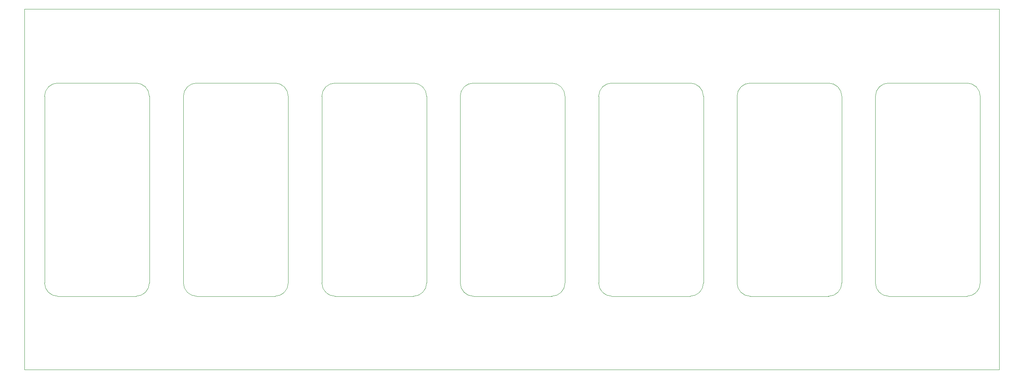
<source format=gko>
G04 Layer: BoardOutlineLayer*
G04 EasyEDA Pro v1.9.29, 2023-06-21 20:50:08*
G04 Gerber Generator version 0.3*
G04 Scale: 100 percent, Rotated: No, Reflected: No*
G04 Dimensions in millimeters*
G04 Leading zeros omitted, absolute positions, 3 integers and 3 decimals*
%FSLAX33Y33*%
%MOMM*%
%ADD10C,0.1*%
%ADD11C,0.0254*%
G75*


G04 PolygonModel Start*
G54D10*
G01X-13Y52D02*
G01X219687Y52D01*
G01Y-81247D01*
G01X-13D01*
G01Y52D01*
G04 PolygonModel End*

G04 Rect Start*
G54D11*
G01X191752Y-19620D02*
G01X191752Y-61677D01*
G03X194752Y-64677I3000J0D01*
G01X212374D01*
G03X215374Y-61677I0J3000D01*
G01Y-19620D01*
G03X212374Y-16620I-3000J0D01*
G01X194752D01*
G03X191752Y-19620I0J-3000D01*
G01X66979Y-19620D02*
G01X66979Y-61677D01*
G03X69979Y-64677I3000J0D01*
G01X87601D01*
G03X90601Y-61677I0J3000D01*
G01Y-19620D01*
G03X87601Y-16620I-3000J0D01*
G01X69979D01*
G03X66979Y-19620I0J-3000D01*
G01X129366Y-19620D02*
G01X129366Y-61677D01*
G03X132366Y-64677I3000J0D01*
G01X149988D01*
G03X152988Y-61677I0J3000D01*
G01Y-19620D01*
G03X149988Y-16620I-3000J0D01*
G01X132366D01*
G03X129366Y-19620I0J-3000D01*
G01X160559Y-19620D02*
G01X160559Y-61677D01*
G03X163559Y-64677I3000J0D01*
G01X181181D01*
G03X184181Y-61677I0J3000D01*
G01Y-19620D01*
G03X181181Y-16620I-3000J0D01*
G01X163559D01*
G03X160559Y-19620I0J-3000D01*
G01X98172Y-19620D02*
G01X98172Y-61677D01*
G03X101172Y-64677I3000J0D01*
G01X118794D01*
G03X121794Y-61677I0J3000D01*
G01Y-19620D01*
G03X118794Y-16620I-3000J0D01*
G01X101172D01*
G03X98172Y-19620I0J-3000D01*
G01X4478Y-19620D02*
G01X4478Y-61677D01*
G03X7478Y-64677I3000J0D01*
G01X25100D01*
G03X28100Y-61677I0J3000D01*
G01Y-19620D01*
G03X25100Y-16620I-3000J0D01*
G01X7478D01*
G03X4478Y-19620I0J-3000D01*
G01X35786Y-19620D02*
G01X35786Y-61677D01*
G03X38786Y-64677I3000J0D01*
G01X56408D01*
G03X59408Y-61677I0J3000D01*
G01Y-19620D01*
G03X56408Y-16620I-3000J0D01*
G01X38786D01*
G03X35786Y-19620I0J-3000D01*
G04 Rect End*

M02*

</source>
